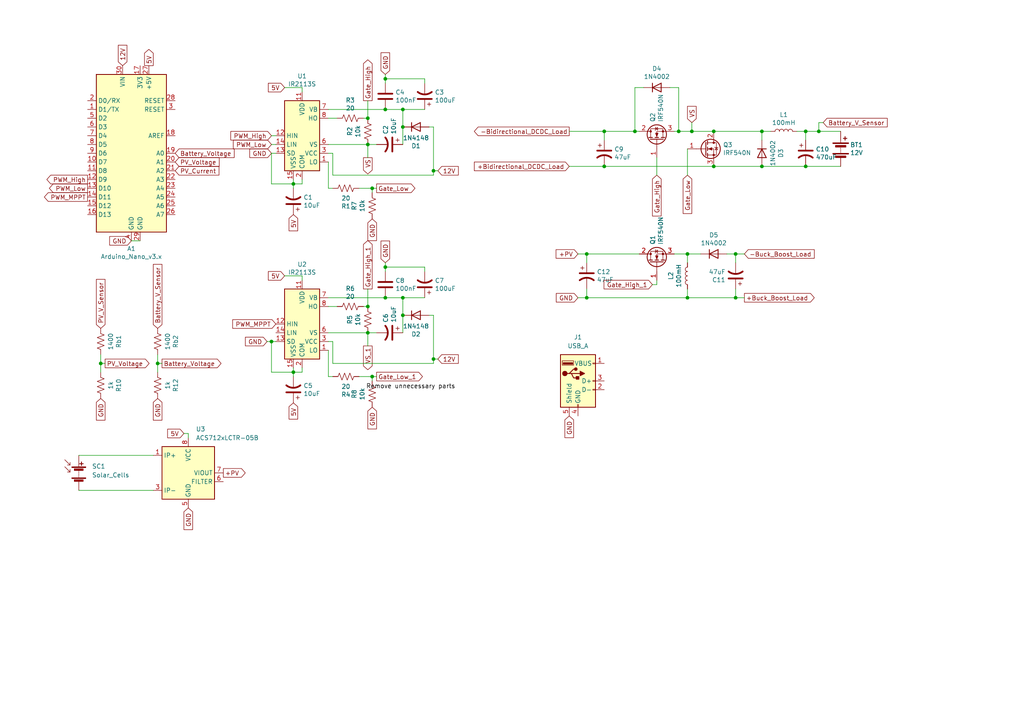
<source format=kicad_sch>
(kicad_sch (version 20230121) (generator eeschema)
  (paper "A4")
  (lib_symbols
    (symbol "Connector:USB_A" (pin_names (offset 1.016))
      (property "Reference" "J" (at -5.08 11.43 0))
      (property "Value" "USB_A" (at -5.08 8.89 0))
      (symbol "USB_A_0_1"
        (rectangle (start -5.08 -7.62) (end 5.08 7.62) (stroke (width 0.254)) (fill (type background)))
        (circle (center -3.81 2.159) (radius 0.635) (stroke (width 0.254)) (fill (type outline)))
        (rectangle (start -1.524 4.826) (end -4.318 5.334) (fill (type outline)))
        (rectangle (start -1.27 4.572) (end -4.572 5.842))
        (circle (center -0.635 3.429) (radius 0.381) (stroke (width 0.254)) (fill (type outline)))
        (rectangle (start -0.127 -7.62) (end 0.127 -6.858))
        (polyline (pts (xy -3.175 2.159) (xy -2.54 2.159) (xy -1.27 3.429) (xy -0.635 3.429)) (stroke (width 0.254)))
        (polyline (pts (xy -2.54 2.159) (xy -1.905 2.159) (xy -1.27 0.889) (xy 0 0.889)) (stroke (width 0.254)))
        (polyline (pts (xy 0.635 2.794) (xy 0.635 1.524) (xy 1.905 2.159) (xy 0.635 2.794)) (stroke (width 0.254)) (fill (type outline)))
        (rectangle (start 0.254 1.27) (end -0.508 0.508) (stroke (width 0.254)) (fill (type outline)))
        (rectangle (start 5.08 -2.667) (end 4.318 -2.413))
        (rectangle (start 5.08 -0.127) (end 4.318 0.127))
        (rectangle (start 5.08 4.953) (end 4.318 5.207))
      )
      (symbol "USB_A_1_1"
        (polyline (pts (xy -1.905 2.159) (xy 0.635 2.159)) (stroke (width 0.254)))
        (pin power_in line (at 7.62 5.08 180) (length 2.54) (name "VBUS") (number "1"))
        (pin bidirectional line (at 7.62 -2.54 180) (length 2.54) (name "D-") (number "2"))
        (pin bidirectional line (at 7.62 0 180) (length 2.54) (name "D+") (number "3"))
        (pin power_in line (at 0 -10.16 90) (length 2.54) (name "GND") (number "4"))
        (pin passive line (at -2.54 -10.16 90) (length 2.54) (name "Shield") (number "5"))
      )
    )
    (symbol "Device:Battery" (pin_numbers hide) (pin_names (offset 0) hide)
      (property "Reference" "BT" (at 2.54 2.54 0))
      (property "Value" "Battery" (at 2.54 0 0))
      (symbol "Battery_0_1"
        (rectangle (start -2.286 -1.27) (end 2.286 -1.524) (fill (type outline)))
        (rectangle (start -2.286 1.778) (end 2.286 1.524) (fill (type outline)))
        (rectangle (start -1.524 -2.032) (end 1.524 -2.54) (fill (type outline)))
        (rectangle (start -1.524 1.016) (end 1.524 0.508) (fill (type outline)))
        (polyline (pts (xy 0 -1.016) (xy 0 -0.762)))
        (polyline (pts (xy 0 -0.508) (xy 0 -0.254)))
        (polyline (pts (xy 0 0) (xy 0 0.254)))
        (polyline (pts (xy 0 1.778) (xy 0 2.54)))
        (polyline (pts (xy 0.762 3.048) (xy 1.778 3.048)) (stroke (width 0.254)))
        (polyline (pts (xy 1.27 3.556) (xy 1.27 2.54)) (stroke (width 0.254)))
      )
      (symbol "Battery_1_1"
        (pin passive line (at 0 5.08 270) (length 2.54) (name "+") (number "1"))
        (pin passive line (at 0 -5.08 90) (length 2.54) (name "-") (number "2"))
      )
    )
    (symbol "Device:C" (pin_numbers hide) (pin_names (offset 0.254))
      (property "Reference" "C" (at 0.635 2.54 0))
      (property "Value" "C" (at 0.635 -2.54 0))
      (symbol "C_0_1"
        (polyline (pts (xy -2.032 -0.762) (xy 2.032 -0.762)) (stroke (width 0.508)))
        (polyline (pts (xy -2.032 0.762) (xy 2.032 0.762)) (stroke (width 0.508)))
      )
      (symbol "C_1_1"
        (pin passive line (at 0 3.81 270) (length 2.794) (name "~") (number "1"))
        (pin passive line (at 0 -3.81 90) (length 2.794) (name "~") (number "2"))
      )
    )
    (symbol "Device:L" (pin_numbers hide) (pin_names (offset 1.016) hide)
      (property "Reference" "L" (at -1.27 0 90))
      (property "Value" "L" (at 1.905 0 90))
      (symbol "L_0_1"
        (arc (start 0 -2.54) (mid 0.6323 -1.905) (end 0 -1.27))
        (arc (start 0 -1.27) (mid 0.6323 -0.635) (end 0 0))
        (arc (start 0 0) (mid 0.6323 0.635) (end 0 1.27))
        (arc (start 0 1.27) (mid 0.6323 1.905) (end 0 2.54))
      )
      (symbol "L_1_1"
        (pin passive line (at 0 3.81 270) (length 1.27) (name "1") (number "1"))
        (pin passive line (at 0 -3.81 90) (length 1.27) (name "2") (number "2"))
      )
    )
    (symbol "Device:R_US" (pin_numbers hide) (pin_names (offset 0))
      (property "Reference" "R" (at 2.54 0 90))
      (property "Value" "R_US" (at -2.54 0 90))
      (symbol "R_US_0_1"
        (polyline (pts (xy 0 -2.286) (xy 0 -2.54)))
        (polyline (pts (xy 0 2.286) (xy 0 2.54)))
        (polyline (pts (xy 0 -0.762) (xy 1.016 -1.143) (xy 0 -1.524) (xy -1.016 -1.905) (xy 0 -2.286)))
        (polyline (pts (xy 0 0.762) (xy 1.016 0.381) (xy 0 0) (xy -1.016 -0.381) (xy 0 -0.762)))
        (polyline (pts (xy 0 2.286) (xy 1.016 1.905) (xy 0 1.524) (xy -1.016 1.143) (xy 0 0.762)))
      )
      (symbol "R_US_1_1"
        (pin passive line (at 0 3.81 270) (length 1.27) (name "~") (number "1"))
        (pin passive line (at 0 -3.81 90) (length 1.27) (name "~") (number "2"))
      )
    )
    (symbol "Device:Solar_Cells" (pin_numbers hide) (pin_names (offset 0) hide)
      (property "Reference" "SC" (at 2.54 2.54 0))
      (property "Value" "Solar_Cells" (at 2.54 0 0))
      (symbol "Solar_Cells_0_1"
        (rectangle (start -2.032 -1.397) (end 2.032 -1.651) (fill (type outline)))
        (rectangle (start -2.032 1.778) (end 2.032 1.524) (fill (type outline)))
        (rectangle (start -1.3208 -1.9812) (end 1.27 -2.4892) (fill (type outline)))
        (rectangle (start -1.3208 1.1938) (end 1.27 0.6858) (fill (type outline)))
        (polyline (pts (xy -2.54 0.254) (xy -4.064 1.778)))
        (polyline (pts (xy -2.54 2.286) (xy -4.064 3.81)))
        (polyline (pts (xy 0 -1.524) (xy 0 -1.27)))
        (polyline (pts (xy 0 -1.016) (xy 0 -0.762)))
        (polyline (pts (xy 0 -0.508) (xy 0 -0.254)))
        (polyline (pts (xy 0 0) (xy 0 0.254)))
        (polyline (pts (xy 0 0.508) (xy 0 0.762)))
        (polyline (pts (xy 0 1.778) (xy 0 2.54)))
        (polyline (pts (xy 0.254 2.667) (xy 1.27 2.667)) (stroke (width 0.254)))
        (polyline (pts (xy 0.762 3.175) (xy 0.762 2.159)) (stroke (width 0.254)))
        (polyline (pts (xy -2.54 1.016) (xy -2.54 0.254) (xy -3.302 0.254)))
        (polyline (pts (xy -2.54 3.048) (xy -2.54 2.286) (xy -3.302 2.286)))
      )
      (symbol "Solar_Cells_1_1"
        (pin passive line (at 0 5.08 270) (length 2.54) (name "+") (number "1"))
        (pin passive line (at 0 -5.08 90) (length 2.54) (name "-") (number "2"))
      )
    )
    (symbol "Diode:1N4002" (pin_numbers hide) (pin_names hide)
      (property "Reference" "D" (at 0 2.54 0))
      (property "Value" "1N4002" (at 0 -2.54 0))
      (symbol "1N4002_0_1"
        (polyline (pts (xy -1.27 1.27) (xy -1.27 -1.27)) (stroke (width 0.254)))
        (polyline (pts (xy 1.27 0) (xy -1.27 0)))
        (polyline (pts (xy 1.27 1.27) (xy 1.27 -1.27) (xy -1.27 0) (xy 1.27 1.27)) (stroke (width 0.254)))
      )
      (symbol "1N4002_1_1"
        (pin passive line (at -3.81 0 0) (length 2.54) (name "K") (number "1"))
        (pin passive line (at 3.81 0 180) (length 2.54) (name "A") (number "2"))
      )
    )
    (symbol "Diode:1N4148" (pin_numbers hide) (pin_names hide)
      (property "Reference" "D" (at 0 2.54 0))
      (property "Value" "1N4148" (at 0 -2.54 0))
      (symbol "1N4148_0_1"
        (polyline (pts (xy -1.27 1.27) (xy -1.27 -1.27)) (stroke (width 0.254)))
        (polyline (pts (xy 1.27 0) (xy -1.27 0)))
        (polyline (pts (xy 1.27 1.27) (xy 1.27 -1.27) (xy -1.27 0) (xy 1.27 1.27)) (stroke (width 0.254)))
      )
      (symbol "1N4148_1_1"
        (pin passive line (at -3.81 0 0) (length 2.54) (name "K") (number "1"))
        (pin passive line (at 3.81 0 180) (length 2.54) (name "A") (number "2"))
      )
    )
    (symbol "Driver_FET:IR2113S"
      (property "Reference" "U" (at 1.27 13.335 0))
      (property "Value" "IR2113S" (at 1.27 11.43 0))
      (symbol "IR2113S_0_1"
        (rectangle (start -5.08 -10.16) (end 5.08 10.16) (stroke (width 0.254)) (fill (type background)))
      )
      (symbol "IR2113S_1_1"
        (pin output line (at 7.62 -7.62 180) (length 2.54) (name "LO") (number "1"))
        (pin no_connect line (at 5.08 2.54 180) (length 2.54) hide (name "NC") (number "10"))
        (pin power_in line (at 0 12.7 270) (length 2.54) (name "VDD") (number "11"))
        (pin input line (at -7.62 0 0) (length 2.54) (name "HIN") (number "12"))
        (pin input line (at -7.62 -5.08 0) (length 2.54) (name "SD") (number "13"))
        (pin input line (at -7.62 -2.54 0) (length 2.54) (name "LIN") (number "14"))
        (pin power_in line (at -2.54 -12.7 90) (length 2.54) (name "VSS") (number "15"))
        (pin no_connect line (at 5.08 0 180) (length 2.54) hide (name "NC") (number "16"))
        (pin power_in line (at 0 -12.7 90) (length 2.54) (name "COM") (number "2"))
        (pin power_in line (at 7.62 -5.08 180) (length 2.54) (name "VCC") (number "3"))
        (pin no_connect line (at -5.08 7.62 0) (length 2.54) hide (name "NC") (number "4"))
        (pin no_connect line (at -5.08 5.08 0) (length 2.54) hide (name "NC") (number "5"))
        (pin passive line (at 7.62 -2.54 180) (length 2.54) (name "VS") (number "6"))
        (pin passive line (at 7.62 7.62 180) (length 2.54) (name "VB") (number "7"))
        (pin output line (at 7.62 5.08 180) (length 2.54) (name "HO") (number "8"))
        (pin no_connect line (at -5.08 2.54 0) (length 2.54) hide (name "NC") (number "9"))
      )
    )
    (symbol "KiCad testing-rescue:Arduino_Nano_v3.x-MCU_Module"
      (property "Reference" "A" (at -5.08 26.035 0))
      (property "Value" "MCU_Module_Arduino_Nano_v3.x" (at -5.08 24.13 0))
      (symbol "Arduino_Nano_v3.x-MCU_Module_0_1"
        (rectangle (start -10.16 22.86) (end 10.16 -22.86) (stroke (width 0.254)) (fill (type background)))
      )
      (symbol "Arduino_Nano_v3.x-MCU_Module_1_1"
        (pin bidirectional line (at -12.7 12.7 0) (length 2.54) (name "D1/TX") (number "1"))
        (pin bidirectional line (at -12.7 -2.54 0) (length 2.54) (name "D7") (number "10"))
        (pin bidirectional line (at -12.7 -5.08 0) (length 2.54) (name "D8") (number "11"))
        (pin bidirectional line (at -12.7 -7.62 0) (length 2.54) (name "D9") (number "12"))
        (pin bidirectional line (at -12.7 -10.16 0) (length 2.54) (name "D10") (number "13"))
        (pin bidirectional line (at -12.7 -12.7 0) (length 2.54) (name "D11") (number "14"))
        (pin bidirectional line (at -12.7 -15.24 0) (length 2.54) (name "D12") (number "15"))
        (pin bidirectional line (at -12.7 -17.78 0) (length 2.54) (name "D13") (number "16"))
        (pin power_out line (at 2.54 25.4 270) (length 2.54) (name "3V3") (number "17"))
        (pin input line (at 12.7 5.08 180) (length 2.54) (name "AREF") (number "18"))
        (pin bidirectional line (at 12.7 0 180) (length 2.54) (name "A0") (number "19"))
        (pin bidirectional line (at -12.7 15.24 0) (length 2.54) (name "D0/RX") (number "2"))
        (pin bidirectional line (at 12.7 -2.54 180) (length 2.54) (name "A1") (number "20"))
        (pin bidirectional line (at 12.7 -5.08 180) (length 2.54) (name "A2") (number "21"))
        (pin bidirectional line (at 12.7 -7.62 180) (length 2.54) (name "A3") (number "22"))
        (pin bidirectional line (at 12.7 -10.16 180) (length 2.54) (name "A4") (number "23"))
        (pin bidirectional line (at 12.7 -12.7 180) (length 2.54) (name "A5") (number "24"))
        (pin bidirectional line (at 12.7 -15.24 180) (length 2.54) (name "A6") (number "25"))
        (pin bidirectional line (at 12.7 -17.78 180) (length 2.54) (name "A7") (number "26"))
        (pin power_out line (at 5.08 25.4 270) (length 2.54) (name "+5V") (number "27"))
        (pin input line (at 12.7 15.24 180) (length 2.54) (name "RESET") (number "28"))
        (pin power_in line (at 2.54 -25.4 90) (length 2.54) (name "GND") (number "29"))
        (pin input line (at 12.7 12.7 180) (length 2.54) (name "RESET") (number "3"))
        (pin power_in line (at -2.54 25.4 270) (length 2.54) (name "VIN") (number "30"))
        (pin power_in line (at 0 -25.4 90) (length 2.54) (name "GND") (number "4"))
        (pin bidirectional line (at -12.7 10.16 0) (length 2.54) (name "D2") (number "5"))
        (pin bidirectional line (at -12.7 7.62 0) (length 2.54) (name "D3") (number "6"))
        (pin bidirectional line (at -12.7 5.08 0) (length 2.54) (name "D4") (number "7"))
        (pin bidirectional line (at -12.7 2.54 0) (length 2.54) (name "D5") (number "8"))
        (pin bidirectional line (at -12.7 0 0) (length 2.54) (name "D6") (number "9"))
      )
    )
    (symbol "KiCad testing-rescue:CP1-Device" (pin_numbers hide) (pin_names (offset 0.254) hide)
      (property "Reference" "C" (at 0.635 2.54 0))
      (property "Value" "Device_CP1" (at 0.635 -2.54 0))
      (symbol "CP1-Device_0_1"
        (polyline (pts (xy -2.032 0.762) (xy 2.032 0.762)) (stroke (width 0.508)))
        (polyline (pts (xy -1.778 2.286) (xy -0.762 2.286)))
        (polyline (pts (xy -1.27 1.778) (xy -1.27 2.794)))
        (arc (start 2.032 -1.27) (mid 0 -0.5572) (end -2.032 -1.27) (stroke (width 0.508)))
      )
      (symbol "CP1-Device_1_1"
        (pin passive line (at 0 3.81 270) (length 2.794) (name "~") (number "1"))
        (pin passive line (at 0 -3.81 90) (length 3.302) (name "~") (number "2"))
      )
    )
    (symbol "Sensor_Current:ACS712xLCTR-05B"
      (property "Reference" "U" (at 2.54 11.43 0))
      (property "Value" "ACS712xLCTR-05B" (at 2.54 8.89 0))
      (symbol "ACS712xLCTR-05B_0_1"
        (rectangle (start -7.62 7.62) (end 7.62 -7.62) (stroke (width 0.254)) (fill (type background)))
      )
      (symbol "ACS712xLCTR-05B_1_1"
        (pin passive line (at -10.16 5.08 0) (length 2.54) (name "IP+") (number "1"))
        (pin passive line (at -10.16 5.08 0) (length 2.54) hide (name "IP+") (number "2"))
        (pin passive line (at -10.16 -5.08 0) (length 2.54) (name "IP-") (number "3"))
        (pin passive line (at -10.16 -5.08 0) (length 2.54) hide (name "IP-") (number "4"))
        (pin power_in line (at 0 -10.16 90) (length 2.54) (name "GND") (number "5"))
        (pin passive line (at 10.16 -2.54 180) (length 2.54) (name "FILTER") (number "6"))
        (pin output line (at 10.16 0 180) (length 2.54) (name "VIOUT") (number "7"))
        (pin power_in line (at 0 10.16 270) (length 2.54) (name "VCC") (number "8"))
      )
    )
    (symbol "Transistor_FET:IRF540N" (pin_names hide)
      (property "Reference" "Q" (at 6.35 1.905 0))
      (property "Value" "IRF540N" (at 6.35 0 0))
      (symbol "IRF540N_0_1"
        (polyline (pts (xy 0.254 0) (xy -2.54 0)))
        (polyline (pts (xy 0.254 1.905) (xy 0.254 -1.905)) (stroke (width 0.254)))
        (polyline (pts (xy 0.762 -1.27) (xy 0.762 -2.286)) (stroke (width 0.254)))
        (polyline (pts (xy 0.762 0.508) (xy 0.762 -0.508)) (stroke (width 0.254)))
        (polyline (pts (xy 0.762 2.286) (xy 0.762 1.27)) (stroke (width 0.254)))
        (polyline (pts (xy 2.54 2.54) (xy 2.54 1.778)))
        (polyline (pts (xy 2.54 -2.54) (xy 2.54 0) (xy 0.762 0)))
        (polyline (pts (xy 0.762 -1.778) (xy 3.302 -1.778) (xy 3.302 1.778) (xy 0.762 1.778)))
        (polyline (pts (xy 1.016 0) (xy 2.032 0.381) (xy 2.032 -0.381) (xy 1.016 0)) (fill (type outline)))
        (polyline (pts (xy 2.794 0.508) (xy 2.921 0.381) (xy 3.683 0.381) (xy 3.81 0.254)))
        (polyline (pts (xy 3.302 0.381) (xy 2.921 -0.254) (xy 3.683 -0.254) (xy 3.302 0.381)))
        (circle (center 1.651 0) (radius 2.794) (stroke (width 0.254)))
        (circle (center 2.54 -1.778) (radius 0.254) (fill (type outline)))
        (circle (center 2.54 1.778) (radius 0.254) (fill (type outline)))
      )
      (symbol "IRF540N_1_1"
        (pin input line (at -5.08 0 0) (length 2.54) (name "G") (number "1"))
        (pin passive line (at 2.54 5.08 270) (length 2.54) (name "D") (number "2"))
        (pin passive line (at 2.54 -5.08 90) (length 2.54) (name "S") (number "3"))
      )
    )
  )
  (junction (at 213.36 73.66))
  (junction (at 116.84 91.44))
  (junction (at 29.21 105.41))
  (junction (at 116.84 36.83))
  (junction (at 184.15 38.1))
  (junction (at 233.68 38.1))
  (junction (at 207.01 38.1))
  (junction (at 237.49 38.1))
  (junction (at 196.85 38.1))
  (junction (at 116.84 31.75))
  (junction (at 233.68 48.26))
  (junction (at 175.26 48.26))
  (junction (at 170.18 73.66))
  (junction (at 220.98 48.26))
  (junction (at 85.09 107.95))
  (junction (at 199.39 86.36))
  (junction (at 107.95 109.22))
  (junction (at 125.73 104.14))
  (junction (at 111.76 77.47))
  (junction (at 111.76 31.75))
  (junction (at 106.68 34.29))
  (junction (at 106.68 88.9))
  (junction (at 175.26 38.1))
  (junction (at 220.98 38.1))
  (junction (at 85.09 53.34))
  (junction (at 78.74 99.06))
  (junction (at 111.76 22.86))
  (junction (at 45.72 105.41))
  (junction (at 207.01 48.26))
  (junction (at 116.84 86.36))
  (junction (at 106.68 96.52))
  (junction (at 107.95 54.61))
  (junction (at 200.66 38.1))
  (junction (at 111.76 86.36))
  (junction (at 125.73 49.53))
  (junction (at 106.68 41.91))
  (junction (at 170.18 86.36))
  (junction (at 199.39 73.66))
  (junction (at 213.36 86.36))
  (wire (pts (xy 95.25 54.61) (xy 96.52 54.61)))
  (wire (pts (xy 233.68 40.64) (xy 233.68 38.1)))
  (wire (pts (xy 213.36 73.66) (xy 210.82 73.66)))
  (wire (pts (xy 165.1 38.1) (xy 175.26 38.1)))
  (wire (pts (xy 196.85 25.4) (xy 196.85 38.1)))
  (wire (pts (xy 85.09 54.61) (xy 85.09 53.34)))
  (wire (pts (xy 105.41 88.9) (xy 106.68 88.9)))
  (wire (pts (xy 116.84 96.52) (xy 116.84 91.44)))
  (wire (pts (xy 95.25 46.99) (xy 95.25 54.61)))
  (wire (pts (xy 106.68 45.72) (xy 106.68 41.91)))
  (wire (pts (xy 107.95 54.61) (xy 107.95 55.88)))
  (wire (pts (xy 175.26 48.26) (xy 207.01 48.26)))
  (wire (pts (xy 22.86 142.24) (xy 44.45 142.24)))
  (wire (pts (xy 116.84 86.36) (xy 123.19 86.36)))
  (wire (pts (xy 29.21 102.87) (xy 29.21 105.41)))
  (wire (pts (xy 165.1 48.26) (xy 175.26 48.26)))
  (wire (pts (xy 199.39 73.66) (xy 203.2 73.66)))
  (wire (pts (xy 107.95 109.22) (xy 107.95 110.49)))
  (wire (pts (xy 106.68 41.91) (xy 95.25 41.91)))
  (wire (pts (xy 195.58 73.66) (xy 199.39 73.66)))
  (wire (pts (xy 78.74 99.06) (xy 78.74 107.95)))
  (wire (pts (xy 125.73 91.44) (xy 125.73 104.14)))
  (wire (pts (xy 111.76 22.86) (xy 111.76 24.13)))
  (wire (pts (xy 125.73 105.41) (xy 96.52 105.41)))
  (wire (pts (xy 111.76 22.86) (xy 123.19 22.86)))
  (wire (pts (xy 95.25 34.29) (xy 97.79 34.29)))
  (wire (pts (xy 85.09 53.34) (xy 85.09 52.07)))
  (wire (pts (xy 87.63 107.95) (xy 85.09 107.95)))
  (wire (pts (xy 96.52 50.8) (xy 96.52 44.45)))
  (wire (pts (xy 185.42 38.1) (xy 184.15 38.1)))
  (wire (pts (xy 78.74 53.34) (xy 85.09 53.34)))
  (wire (pts (xy 106.68 96.52) (xy 95.25 96.52)))
  (wire (pts (xy 123.19 22.86) (xy 123.19 24.13)))
  (wire (pts (xy 170.18 73.66) (xy 170.18 76.2)))
  (wire (pts (xy 85.09 109.22) (xy 85.09 107.95)))
  (wire (pts (xy 104.14 54.61) (xy 107.95 54.61)))
  (wire (pts (xy 96.52 44.45) (xy 95.25 44.45)))
  (wire (pts (xy 207.01 38.1) (xy 200.66 38.1)))
  (wire (pts (xy 46.99 105.41) (xy 45.72 105.41)))
  (wire (pts (xy 125.73 50.8) (xy 96.52 50.8)))
  (wire (pts (xy 80.01 41.91) (xy 78.74 41.91)))
  (wire (pts (xy 233.68 38.1) (xy 231.14 38.1)))
  (wire (pts (xy 45.72 102.87) (xy 45.72 105.41)))
  (wire (pts (xy 111.76 86.36) (xy 95.25 86.36)))
  (wire (pts (xy 111.76 76.2) (xy 111.76 77.47)))
  (wire (pts (xy 95.25 101.6) (xy 95.25 109.22)))
  (wire (pts (xy 116.84 36.83) (xy 116.84 31.75)))
  (wire (pts (xy 199.39 86.36) (xy 213.36 86.36)))
  (wire (pts (xy 87.63 52.07) (xy 87.63 53.34)))
  (wire (pts (xy 111.76 21.59) (xy 111.76 22.86)))
  (wire (pts (xy 238.76 35.56) (xy 237.49 35.56)))
  (wire (pts (xy 111.76 31.75) (xy 95.25 31.75)))
  (wire (pts (xy 200.66 35.56) (xy 200.66 38.1)))
  (wire (pts (xy 80.01 39.37) (xy 78.74 39.37)))
  (wire (pts (xy 125.73 49.53) (xy 125.73 50.8)))
  (wire (pts (xy 237.49 38.1) (xy 243.84 38.1)))
  (wire (pts (xy 125.73 36.83) (xy 125.73 49.53)))
  (wire (pts (xy 189.23 82.55) (xy 190.5 82.55)))
  (wire (pts (xy 87.63 106.68) (xy 87.63 107.95)))
  (wire (pts (xy 220.98 38.1) (xy 207.01 38.1)))
  (wire (pts (xy 87.63 53.34) (xy 85.09 53.34)))
  (wire (pts (xy 184.15 25.4) (xy 184.15 38.1)))
  (wire (pts (xy 194.31 25.4) (xy 196.85 25.4)))
  (wire (pts (xy 167.64 73.66) (xy 170.18 73.66)))
  (wire (pts (xy 96.52 105.41) (xy 96.52 99.06)))
  (wire (pts (xy 29.21 105.41) (xy 29.21 107.95)))
  (wire (pts (xy 199.39 73.66) (xy 199.39 76.2)))
  (wire (pts (xy 82.55 80.01) (xy 87.63 80.01)))
  (wire (pts (xy 106.68 100.33) (xy 106.68 96.52)))
  (wire (pts (xy 85.09 107.95) (xy 85.09 106.68)))
  (wire (pts (xy 199.39 83.82) (xy 199.39 86.36)))
  (wire (pts (xy 116.84 91.44) (xy 116.84 86.36)))
  (wire (pts (xy 233.68 48.26) (xy 243.84 48.26)))
  (wire (pts (xy 223.52 38.1) (xy 220.98 38.1)))
  (wire (pts (xy 116.84 31.75) (xy 123.19 31.75)))
  (wire (pts (xy 96.52 99.06) (xy 95.25 99.06)))
  (wire (pts (xy 107.95 109.22) (xy 109.22 109.22)))
  (wire (pts (xy 82.55 25.4) (xy 87.63 25.4)))
  (wire (pts (xy 184.15 38.1) (xy 175.26 38.1)))
  (wire (pts (xy 233.68 48.26) (xy 220.98 48.26)))
  (wire (pts (xy 87.63 25.4) (xy 87.63 26.67)))
  (wire (pts (xy 127 49.53) (xy 125.73 49.53)))
  (wire (pts (xy 80.01 99.06) (xy 78.74 99.06)))
  (wire (pts (xy 109.22 41.91) (xy 106.68 41.91)))
  (wire (pts (xy 190.5 82.55) (xy 190.5 81.28)))
  (wire (pts (xy 78.74 99.06) (xy 77.47 99.06)))
  (wire (pts (xy 199.39 43.18) (xy 199.39 50.8)))
  (wire (pts (xy 125.73 104.14) (xy 125.73 105.41)))
  (wire (pts (xy 175.26 38.1) (xy 175.26 40.64)))
  (wire (pts (xy 125.73 36.83) (xy 124.46 36.83)))
  (wire (pts (xy 207.01 48.26) (xy 220.98 48.26)))
  (wire (pts (xy 22.86 132.08) (xy 44.45 132.08)))
  (wire (pts (xy 167.64 86.36) (xy 170.18 86.36)))
  (wire (pts (xy 95.25 109.22) (xy 96.52 109.22)))
  (wire (pts (xy 116.84 86.36) (xy 111.76 86.36)))
  (wire (pts (xy 104.14 109.22) (xy 107.95 109.22)))
  (wire (pts (xy 123.19 77.47) (xy 123.19 78.74)))
  (wire (pts (xy 45.72 105.41) (xy 45.72 107.95)))
  (wire (pts (xy 233.68 38.1) (xy 237.49 38.1)))
  (wire (pts (xy 116.84 41.91) (xy 116.84 36.83)))
  (wire (pts (xy 40.64 69.85) (xy 38.1 69.85)))
  (wire (pts (xy 116.84 31.75) (xy 111.76 31.75)))
  (wire (pts (xy 170.18 86.36) (xy 199.39 86.36)))
  (wire (pts (xy 106.68 88.9) (xy 106.68 83.82)))
  (wire (pts (xy 213.36 76.2) (xy 213.36 73.66)))
  (wire (pts (xy 95.25 88.9) (xy 97.79 88.9)))
  (wire (pts (xy 200.66 38.1) (xy 196.85 38.1)))
  (wire (pts (xy 29.21 105.41) (xy 30.48 105.41)))
  (wire (pts (xy 111.76 77.47) (xy 111.76 78.74)))
  (wire (pts (xy 109.22 96.52) (xy 106.68 96.52)))
  (wire (pts (xy 190.5 45.72) (xy 190.5 50.8)))
  (wire (pts (xy 78.74 44.45) (xy 78.74 53.34)))
  (wire (pts (xy 53.34 125.73) (xy 54.61 125.73)))
  (wire (pts (xy 185.42 73.66) (xy 170.18 73.66)))
  (wire (pts (xy 213.36 86.36) (xy 215.9 86.36)))
  (wire (pts (xy 107.95 54.61) (xy 109.22 54.61)))
  (wire (pts (xy 105.41 34.29) (xy 106.68 34.29)))
  (wire (pts (xy 196.85 38.1) (xy 195.58 38.1)))
  (wire (pts (xy 170.18 83.82) (xy 170.18 86.36)))
  (wire (pts (xy 220.98 40.64) (xy 220.98 38.1)))
  (wire (pts (xy 111.76 77.47) (xy 123.19 77.47)))
  (wire (pts (xy 80.01 44.45) (xy 78.74 44.45)))
  (wire (pts (xy 87.63 80.01) (xy 87.63 81.28)))
  (wire (pts (xy 213.36 73.66) (xy 215.9 73.66)))
  (wire (pts (xy 54.61 125.73) (xy 54.61 127)))
  (wire (pts (xy 186.69 25.4) (xy 184.15 25.4)))
  (wire (pts (xy 78.74 107.95) (xy 85.09 107.95)))
  (wire (pts (xy 213.36 83.82) (xy 213.36 86.36)))
  (wire (pts (xy 127 104.14) (xy 125.73 104.14)))
  (wire (pts (xy 125.73 91.44) (xy 124.46 91.44)))
  (wire (pts (xy 237.49 35.56) (xy 237.49 38.1)))
  (wire (pts (xy 106.68 34.29) (xy 106.68 29.21)))
  (label "Remove unnecessary parts" (at 132.08 113.03 180))
  (global_label "PWM_Low" (shape output) (at 25.4 54.61 180) (property "Intersheetrefs" "${INTERSHEET_REFS}" (effects hide)))
  (global_label "12V" (shape input) (at 127 49.53 0) (property "Intersheetrefs" "${INTERSHEET_REFS}" (effects hide)))
  (global_label "GND" (shape input) (at 107.95 63.5 270) (property "Intersheetrefs" "${INTERSHEET_REFS}" (effects hide)))
  (global_label "Battery_V_Sensor" (shape input) (at 45.72 95.25 90) (property "Intersheetrefs" "${INTERSHEET_REFS}" (effects hide)))
  (global_label "VS" (shape input) (at 200.66 35.56 90) (property "Intersheetrefs" "${INTERSHEET_REFS}" (effects hide)))
  (global_label "PWM_High" (shape input) (at 78.74 39.37 180) (property "Intersheetrefs" "${INTERSHEET_REFS}" (effects hide)))
  (global_label "GND" (shape input) (at 167.64 86.36 180) (property "Intersheetrefs" "${INTERSHEET_REFS}" (effects hide)))
  (global_label "5V" (shape input) (at 82.55 25.4 180) (property "Intersheetrefs" "${INTERSHEET_REFS}" (effects hide)))
  (global_label "VS_1" (shape output) (at 106.68 100.33 270) (property "Intersheetrefs" "${INTERSHEET_REFS}" (effects hide)))
  (global_label "12V" (shape input) (at 127 104.14 0) (property "Intersheetrefs" "${INTERSHEET_REFS}" (effects hide)))
  (global_label "Gate_Low_1" (shape output) (at 109.22 109.22 0) (property "Intersheetrefs" "${INTERSHEET_REFS}" (effects hide)))
  (global_label "GND" (shape input) (at 78.74 44.45 180) (property "Intersheetrefs" "${INTERSHEET_REFS}" (effects hide)))
  (global_label "+PV" (shape input) (at 167.64 73.66 180) (property "Intersheetrefs" "${INTERSHEET_REFS}" (effects hide)))
  (global_label "Battery_Voltage" (shape output) (at 46.99 105.41 0) (property "Intersheetrefs" "${INTERSHEET_REFS}" (effects hide)))
  (global_label "Gate_High" (shape input) (at 190.5 50.8 270) (property "Intersheetrefs" "${INTERSHEET_REFS}" (effects hide)))
  (global_label "-Buck_Boost_Load" (shape input) (at 215.9 73.66 0) (property "Intersheetrefs" "${INTERSHEET_REFS}" (effects hide)))
  (global_label "PV_Current" (shape input) (at 50.8 49.53 0) (property "Intersheetrefs" "${INTERSHEET_REFS}" (effects hide)))
  (global_label "GND" (shape input) (at 29.21 115.57 270) (property "Intersheetrefs" "${INTERSHEET_REFS}" (effects hide)))
  (global_label "5V" (shape output) (at 43.18 19.05 90) (property "Intersheetrefs" "${INTERSHEET_REFS}" (effects hide)))
  (global_label "GND" (shape input) (at 107.95 118.11 270) (property "Intersheetrefs" "${INTERSHEET_REFS}" (effects hide)))
  (global_label "5V" (shape input) (at 82.55 80.01 180) (property "Intersheetrefs" "${INTERSHEET_REFS}" (effects hide)))
  (global_label "PWM_MPPT" (shape input) (at 80.01 93.98 180) (property "Intersheetrefs" "${INTERSHEET_REFS}" (effects hide)))
  (global_label "+Bidirectional_DCDC_Load" (shape input) (at 165.1 48.26 180) (property "Intersheetrefs" "${INTERSHEET_REFS}" (effects hide)))
  (global_label "GND" (shape input) (at 111.76 21.59 90) (property "Intersheetrefs" "${INTERSHEET_REFS}" (effects hide)))
  (global_label "GND" (shape input) (at 77.47 99.06 180) (property "Intersheetrefs" "${INTERSHEET_REFS}" (effects hide)))
  (global_label "PV_Voltage" (shape input) (at 50.8 46.99 0) (property "Intersheetrefs" "${INTERSHEET_REFS}" (effects hide)))
  (global_label "PWM_MPPT" (shape output) (at 25.4 57.15 180) (property "Intersheetrefs" "${INTERSHEET_REFS}" (effects hide)))
  (global_label "GND" (shape input) (at 54.61 147.32 270) (property "Intersheetrefs" "${INTERSHEET_REFS}" (effects hide)))
  (global_label "Gate_Low" (shape output) (at 109.22 54.61 0) (property "Intersheetrefs" "${INTERSHEET_REFS}" (effects hide)))
  (global_label "5V" (shape input) (at 53.34 125.73 180) (property "Intersheetrefs" "${INTERSHEET_REFS}" (effects hide)))
  (global_label "GND" (shape input) (at 111.76 76.2 90) (property "Intersheetrefs" "${INTERSHEET_REFS}" (effects hide)))
  (global_label "Battery_V_Sensor" (shape input) (at 238.76 35.56 0) (property "Intersheetrefs" "${INTERSHEET_REFS}" (effects hide)))
  (global_label "VS" (shape output) (at 106.68 45.72 270) (property "Intersheetrefs" "${INTERSHEET_REFS}" (effects hide)))
  (global_label "+PV" (shape output) (at 64.77 137.16 0) (property "Intersheetrefs" "${INTERSHEET_REFS}" (effects hide)))
  (global_label "PV_Voltage" (shape output) (at 30.48 105.41 0) (property "Intersheetrefs" "${INTERSHEET_REFS}" (effects hide)))
  (global_label "12V" (shape input) (at 35.56 19.05 90) (property "Intersheetrefs" "${INTERSHEET_REFS}" (effects hide)))
  (global_label "Gate_High_1" (shape input) (at 189.23 82.55 180) (property "Intersheetrefs" "${INTERSHEET_REFS}" (effects hide)))
  (global_label "GND" (shape input) (at 38.1 69.85 180) (property "Intersheetrefs" "${INTERSHEET_REFS}" (effects hide)))
  (global_label "-Bidirectional_DCDC_Load" (shape output) (at 165.1 38.1 180) (property "Intersheetrefs" "${INTERSHEET_REFS}" (effects hide)))
  (global_label "5V" (shape input) (at 85.09 62.23 270) (property "Intersheetrefs" "${INTERSHEET_REFS}" (effects hide)))
  (global_label "Gate_Low" (shape input) (at 199.39 50.8 270) (property "Intersheetrefs" "${INTERSHEET_REFS}" (effects hide)))
  (global_label "5V" (shape input) (at 85.09 116.84 270) (property "Intersheetrefs" "${INTERSHEET_REFS}" (effects hide)))
  (global_label "+Buck_Boost_Load" (shape output) (at 215.9 86.36 0) (property "Intersheetrefs" "${INTERSHEET_REFS}" (effects hide)))
  (global_label "PV_V_Sensor" (shape input) (at 29.21 95.25 90) (property "Intersheetrefs" "${INTERSHEET_REFS}" (effects hide)))
  (global_label "PWM_High" (shape output) (at 25.4 52.07 180) (property "Intersheetrefs" "${INTERSHEET_REFS}" (effects hide)))
  (global_label "Gate_High_1" (shape output) (at 106.68 83.82 90) (property "Intersheetrefs" "${INTERSHEET_REFS}" (effects hide)))
  (global_label "Gate_High" (shape output) (at 106.68 29.21 90) (property "Intersheetrefs" "${INTERSHEET_REFS}" (effects hide)))
  (global_label "PWM_Low" (shape input) (at 78.74 41.91 180) (property "Intersheetrefs" "${INTERSHEET_REFS}" (effects hide)))
  (global_label "GND" (shape input) (at 45.72 115.57 270) (property "Intersheetrefs" "${INTERSHEET_REFS}" (effects hide)))
  (global_label "GND" (shape input) (at 165.1 120.65 270) (property "Intersheetrefs" "${INTERSHEET_REFS}" (effects hide)))
  (global_label "Battery_Voltage" (shape input) (at 50.8 44.45 0) (property "Intersheetrefs" "${INTERSHEET_REFS}" (effects hide)))
  (symbol (lib_id "KiCad testing-rescue:Arduino_Nano_v3.x-MCU_Module") (at 38.1 44.45 0) (unit 1)
    (property "Reference" "A1" (at 38.1 72.1106 0))
    (property "Value" "Arduino_Nano_v3.x" (at 38.1 74.422 0))
    (property "Footprint" "Module:Arduino_Nano" (effects hide))
    (property "Datasheet" "http://www.mouser.com/pdfdocs/Gravitech_Arduino_Nano3_0.pdf" (effects hide))
  )
  (symbol (lib_id "Driver_FET:IR2113S") (at 87.63 39.37 0) (unit 1)
    (property "Reference" "U1" (at 87.63 22.0726 0))
    (property "Value" "IR2113S" (at 87.63 24.384 0))
    (property "Footprint" "Package_DIP:DIP-14_W7.62mm_Socket" (effects hide))
    (property "Datasheet" "https://www.infineon.com/dgdl/ir2110.pdf?fileId=5546d462533600a4015355c80333167e" (effects hide))
  )
  (symbol (lib_id "Diode:1N4148") (at 120.65 36.83 0) (unit 1)
    (property "Reference" "D1" (at 120.65 42.3164 0))
    (property "Value" "1N4148" (at 120.65 40.005 0))
    (property "Footprint" "Diode_THT:D_DO-35_SOD27_P7.62mm_Horizontal" (effects hide))
    (property "Datasheet" "https://assets.nexperia.com/documents/data-sheet/1N4148_1N4448.pdf" (effects hide))
  )
  (symbol (lib_id "Device:R_US") (at 101.6 34.29 90) (unit 1)
    (property "Reference" "R3" (at 101.6 29.083 90))
    (property "Value" "20" (at 101.6 31.3944 90))
    (property "Footprint" "Resistor_THT:R_Axial_DIN0207_L6.3mm_D2.5mm_P10.16mm_Horizontal" (effects hide))
  )
  (symbol (lib_id "KiCad testing-rescue:CP1-Device") (at 123.19 27.94 180) (unit 1)
    (property "Reference" "C3" (at 126.111 26.7716 0) (effects (justify right)))
    (property "Value" "100uF" (at 126.111 29.083 0) (effects (justify right)))
  )
  (symbol (lib_id "Device:C") (at 111.76 27.94 0) (unit 1)
    (property "Reference" "C4" (at 114.681 26.7716 0) (effects (justify left)))
    (property "Value" "100nF" (at 114.681 29.083 0) (effects (justify left)))
  )
  (symbol (lib_id "KiCad testing-rescue:CP1-Device") (at 85.09 58.42 180) (unit 1)
    (property "Reference" "C1" (at 88.011 57.2516 0) (effects (justify right)))
    (property "Value" "10uF" (at 88.011 59.563 0) (effects (justify right)))
  )
  (symbol (lib_id "Device:R_US") (at 107.95 59.69 180) (unit 1)
    (property "Reference" "R7" (at 102.743 59.69 90))
    (property "Value" "10k" (at 105.0544 59.69 90))
    (property "Footprint" "Resistor_THT:R_Axial_DIN0207_L6.3mm_D2.5mm_P10.16mm_Horizontal" (effects hide))
  )
  (symbol (lib_id "Device:R_US") (at 106.68 38.1 180) (unit 1)
    (property "Reference" "R2" (at 101.473 38.1 90))
    (property "Value" "10k" (at 103.7844 38.1 90))
    (property "Footprint" "Resistor_THT:R_Axial_DIN0207_L6.3mm_D2.5mm_P10.16mm_Horizontal" (effects hide))
  )
  (symbol (lib_id "Device:R_US") (at 100.33 54.61 270) (unit 1)
    (property "Reference" "R1" (at 100.33 59.817 90))
    (property "Value" "20" (at 100.33 57.5056 90))
    (property "Footprint" "Resistor_THT:R_Axial_DIN0207_L6.3mm_D2.5mm_P10.16mm_Horizontal" (effects hide))
  )
  (symbol (lib_id "Driver_FET:IR2113S") (at 87.63 93.98 0) (unit 1)
    (property "Reference" "U2" (at 87.63 76.6826 0))
    (property "Value" "IR2113S" (at 87.63 78.994 0))
    (property "Footprint" "Package_DIP:DIP-14_W7.62mm_Socket" (effects hide))
    (property "Datasheet" "https://www.infineon.com/dgdl/ir2110.pdf?fileId=5546d462533600a4015355c80333167e" (effects hide))
  )
  (symbol (lib_id "Device:R_US") (at 101.6 88.9 90) (unit 1)
    (property "Reference" "R6" (at 101.6 83.693 90))
    (property "Value" "20" (at 101.6 86.0044 90))
    (property "Footprint" "Resistor_THT:R_Axial_DIN0207_L6.3mm_D2.5mm_P10.16mm_Horizontal" (effects hide))
  )
  (symbol (lib_id "KiCad testing-rescue:CP1-Device") (at 85.09 113.03 180) (unit 1)
    (property "Reference" "C5" (at 88.011 111.8616 0) (effects (justify right)))
    (property "Value" "10uF" (at 88.011 114.173 0) (effects (justify right)))
  )
  (symbol (lib_id "Device:R_US") (at 107.95 114.3 180) (unit 1)
    (property "Reference" "R8" (at 102.743 114.3 90))
    (property "Value" "10k" (at 105.0544 114.3 90))
    (property "Footprint" "Resistor_THT:R_Axial_DIN0207_L6.3mm_D2.5mm_P10.16mm_Horizontal" (effects hide))
  )
  (symbol (lib_id "Device:R_US") (at 106.68 92.71 180) (unit 1)
    (property "Reference" "R5" (at 101.473 92.71 90))
    (property "Value" "10k" (at 103.7844 92.71 90))
    (property "Footprint" "Resistor_THT:R_Axial_DIN0207_L6.3mm_D2.5mm_P10.16mm_Horizontal" (effects hide))
  )
  (symbol (lib_id "Device:R_US") (at 100.33 109.22 270) (unit 1)
    (property "Reference" "R4" (at 100.33 114.427 90))
    (property "Value" "20" (at 100.33 112.1156 90))
    (property "Footprint" "Resistor_THT:R_Axial_DIN0207_L6.3mm_D2.5mm_P10.16mm_Horizontal" (effects hide))
  )
  (symbol (lib_id "Device:C") (at 111.76 82.55 0) (unit 1)
    (property "Reference" "C8" (at 114.681 81.3816 0) (effects (justify left)))
    (property "Value" "100nF" (at 114.681 83.693 0) (effects (justify left)))
  )
  (symbol (lib_id "KiCad testing-rescue:CP1-Device") (at 123.19 82.55 180) (unit 1)
    (property "Reference" "C7" (at 126.111 81.3816 0) (effects (justify right)))
    (property "Value" "100uF" (at 126.111 83.693 0) (effects (justify right)))
  )
  (symbol (lib_id "KiCad testing-rescue:CP1-Device") (at 113.03 96.52 270) (unit 1)
    (property "Reference" "C6" (at 111.8616 93.599 0) (effects (justify right)))
    (property "Value" "10uF" (at 114.173 93.599 0) (effects (justify right)))
  )
  (symbol (lib_id "Diode:1N4148") (at 120.65 91.44 0) (unit 1)
    (property "Reference" "D2" (at 120.65 96.9264 0))
    (property "Value" "1N4148" (at 120.65 94.615 0))
    (property "Footprint" "Diode_THT:D_DO-35_SOD27_P7.62mm_Horizontal" (effects hide))
    (property "Datasheet" "https://assets.nexperia.com/documents/data-sheet/1N4148_1N4448.pdf" (effects hide))
  )
  (symbol (lib_id "Diode:1N4002") (at 190.5 25.4 0) (unit 1)
    (property "Reference" "D4" (at 190.5 19.9136 0))
    (property "Value" "1N4002" (at 190.5 22.225 0))
    (property "Footprint" "Diode_THT:D_DO-41_SOD81_P10.16mm_Horizontal" (effects hide))
    (property "Datasheet" "http://www.vishay.com/docs/88503/1n4001.pdf" (effects hide))
  )
  (symbol (lib_id "Transistor_FET:IRF540N") (at 190.5 40.64 90) (unit 1)
    (property "Reference" "Q2" (at 189.3316 35.4076 0) (effects (justify left)))
    (property "Value" "IRF540N" (at 191.643 35.4076 0) (effects (justify left)))
    (property "Footprint" "Package_TO_SOT_THT:TO-220-3_Vertical" (effects hide))
    (property "Datasheet" "http://www.irf.com/product-info/datasheets/data/irf540n.pdf" (effects hide))
  )
  (symbol (lib_id "Transistor_FET:IRF540N") (at 204.47 43.18 0) (unit 1)
    (property "Reference" "Q3" (at 209.7024 42.0116 0) (effects (justify left)))
    (property "Value" "IRF540N" (at 209.7024 44.323 0) (effects (justify left)))
    (property "Footprint" "Package_TO_SOT_THT:TO-220-3_Vertical" (effects hide))
    (property "Datasheet" "http://www.irf.com/product-info/datasheets/data/irf540n.pdf" (effects hide))
  )
  (symbol (lib_id "KiCad testing-rescue:CP1-Device") (at 175.26 44.45 0) (unit 1)
    (property "Reference" "C9" (at 178.181 43.2816 0) (effects (justify left)))
    (property "Value" "47uF" (at 178.181 45.593 0) (effects (justify left)))
    (property "Footprint" "Capacitor_THT:CP_Radial_D6.3mm_P2.50mm" (effects hide))
  )
  (symbol (lib_id "Diode:1N4002") (at 220.98 44.45 270) (unit 1)
    (property "Reference" "D3" (at 226.4664 44.45 0))
    (property "Value" "1N4002" (at 224.155 44.45 0))
    (property "Footprint" "Diode_THT:D_DO-41_SOD81_P10.16mm_Horizontal" (effects hide))
    (property "Datasheet" "http://www.vishay.com/docs/88503/1n4001.pdf" (effects hide))
  )
  (symbol (lib_id "KiCad testing-rescue:CP1-Device") (at 233.68 44.45 0) (unit 1)
    (property "Reference" "C10" (at 236.601 43.2816 0) (effects (justify left)))
    (property "Value" "470uF" (at 236.601 45.593 0) (effects (justify left)))
    (property "Footprint" "Capacitor_THT:CP_Radial_D10.0mm_P5.00mm" (effects hide))
  )
  (symbol (lib_id "Device:L") (at 227.33 38.1 90) (unit 1)
    (property "Reference" "L1" (at 227.33 33.274 90))
    (property "Value" "100mH" (at 227.33 35.5854 90))
    (property "Footprint" "Inductor_THT:L_Radial_D10.5mm_P5.00mm_Abacron_AISR-01" (effects hide))
  )
  (symbol (lib_id "Device:Battery") (at 243.84 43.18 0) (unit 1)
    (property "Reference" "BT1" (at 246.5832 42.0116 0) (effects (justify left)))
    (property "Value" "12V" (at 246.5832 44.323 0) (effects (justify left)))
  )
  (symbol (lib_id "Transistor_FET:IRF540N") (at 190.5 76.2 90) (unit 1)
    (property "Reference" "Q1" (at 189.3316 70.9676 0) (effects (justify left)))
    (property "Value" "IRF540N" (at 191.643 70.9676 0) (effects (justify left)))
    (property "Footprint" "Package_TO_SOT_THT:TO-220-3_Vertical" (effects hide))
    (property "Datasheet" "http://www.irf.com/product-info/datasheets/data/irf540n.pdf" (effects hide))
  )
  (symbol (lib_id "Device:R_US") (at 45.72 111.76 0) (unit 1)
    (property "Reference" "R12" (at 50.927 111.76 90))
    (property "Value" "1k" (at 48.6156 111.76 90))
    (property "Footprint" "Resistor_THT:R_Axial_DIN0207_L6.3mm_D2.5mm_P10.16mm_Horizontal" (effects hide))
  )
  (symbol (lib_id "KiCad testing-rescue:CP1-Device") (at 170.18 80.01 0) (unit 1)
    (property "Reference" "C12" (at 173.101 78.8416 0) (effects (justify left)))
    (property "Value" "47uF" (at 173.101 81.153 0) (effects (justify left)))
    (property "Footprint" "Capacitor_THT:CP_Radial_D6.3mm_P2.50mm" (effects hide))
  )
  (symbol (lib_id "KiCad testing-rescue:CP1-Device") (at 213.36 80.01 180) (unit 1)
    (property "Reference" "C11" (at 210.439 81.1784 0) (effects (justify left)))
    (property "Value" "47uF" (at 210.439 78.867 0) (effects (justify left)))
    (property "Footprint" "Capacitor_THT:CP_Radial_D6.3mm_P2.50mm" (effects hide))
  )
  (symbol (lib_id "Diode:1N4002") (at 207.01 73.66 0) (unit 1)
    (property "Reference" "D5" (at 207.01 68.1736 0))
    (property "Value" "1N4002" (at 207.01 70.485 0))
    (property "Footprint" "Diode_THT:D_DO-41_SOD81_P10.16mm_Horizontal" (effects hide))
    (property "Datasheet" "http://www.vishay.com/docs/88503/1n4001.pdf" (effects hide))
  )
  (symbol (lib_id "Sensor_Current:ACS712xLCTR-05B") (at 54.61 137.16 0) (unit 1)
    (property "Reference" "U3" (at 56.8041 124.46 0) (effects (justify left)))
    (property "Value" "ACS712xLCTR-05B" (at 56.8041 127 0) (effects (justify left)))
    (property "Footprint" "Package_SO:SOIC-8_3.9x4.9mm_P1.27mm" (effects hide))
    (property "Datasheet" "http://www.allegromicro.com/~/media/Files/Datasheets/ACS712-Datasheet.ashx?la=en" (effects hide))
  )
  (symbol (lib_id "Device:R_US") (at 29.21 99.06 0) (unit 1)
    (property "Reference" "Rb1" (at 34.417 99.06 90))
    (property "Value" "1400" (at 32.1056 99.06 90))
  )
  (symbol (lib_id "Device:R_US") (at 29.21 111.76 0) (unit 1)
    (property "Reference" "R10" (at 34.417 111.76 90))
    (property "Value" "1k" (at 32.1056 111.76 90))
    (property "Footprint" "Resistor_THT:R_Axial_DIN0207_L6.3mm_D2.5mm_P10.16mm_Horizontal" (effects hide))
  )
  (symbol (lib_id "Device:R_US") (at 45.72 99.06 0) (unit 1)
    (property "Reference" "Rb2" (at 50.927 99.06 90))
    (property "Value" "1400" (at 48.6156 99.06 90))
  )
  (symbol (lib_id "Device:Solar_Cells") (at 22.86 137.16 0) (unit 1)
    (property "Reference" "SC1" (at 26.67 135.255 0) (effects (justify left)))
    (property "Value" "Solar_Cells" (at 26.67 137.795 0) (effects (justify left)))
  )
  (symbol (lib_id "Device:L") (at 199.39 80.01 180) (unit 1)
    (property "Reference" "L2" (at 194.564 80.01 90))
    (property "Value" "100mH" (at 196.8754 80.01 90))
    (property "Footprint" "Inductor_THT:L_Radial_D10.5mm_P5.00mm_Abacron_AISR-01" (effects hide))
  )
  (symbol (lib_id "KiCad testing-rescue:CP1-Device") (at 113.03 41.91 270) (unit 1)
    (property "Reference" "C2" (at 111.8616 38.989 0) (effects (justify right)))
    (property "Value" "10uF" (at 114.173 38.989 0) (effects (justify right)))
  )
  (symbol (lib_id "Connector:USB_A") (at 167.64 110.49 0) (unit 1)
    (property "Reference" "J1" (at 167.64 97.79 0))
    (property "Value" "USB_A" (at 167.64 100.33 0))
    (property "Footprint" "Connector_USB:USB_A_CONNFLY_DS1095-WNR0" (effects hide))
    (property "Datasheet" " ~" (effects hide))
  )
)
</source>
